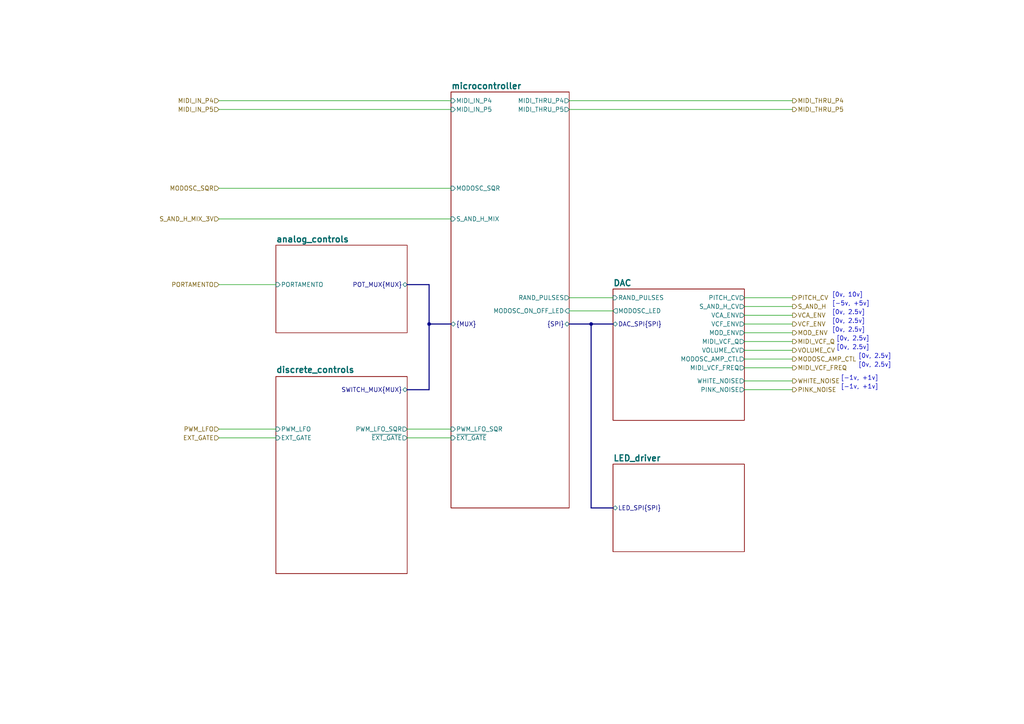
<source format=kicad_sch>
(kicad_sch (version 20230121) (generator eeschema)
  (paper "A4")
  (title_block (title "MICRO-OX Modulation Board") (date "2023-04-25") (rev "0") (comment 2 "creativecommons.org/licenses/by/4.0") (comment 3 "license: CC by 4.0") (comment 4 "Author: Jordan Aceto"))
  (lib_symbols)
  (junction (at 171.45 93.98))
  (junction (at 124.46 93.98))
  (wire (pts (xy 63.5 54.61) (xy 130.81 54.61)))
  (wire (pts (xy 215.9 91.44) (xy 229.87 91.44)))
  (bus (pts (xy 124.46 82.55) (xy 118.11 82.55)))
  (wire (pts (xy 215.9 96.52) (xy 229.87 96.52)))
  (wire (pts (xy 165.1 90.17) (xy 177.8 90.17)))
  (wire (pts (xy 63.5 63.5) (xy 130.81 63.5)))
  (wire (pts (xy 63.5 29.21) (xy 130.81 29.21)))
  (bus (pts (xy 124.46 93.98) (xy 130.81 93.98)))
  (wire (pts (xy 118.11 127) (xy 130.81 127)))
  (bus (pts (xy 171.45 147.32) (xy 177.8 147.32)))
  (wire (pts (xy 215.9 113.03) (xy 229.87 113.03)))
  (wire (pts (xy 63.5 124.46) (xy 80.01 124.46)))
  (wire (pts (xy 215.9 93.98) (xy 229.87 93.98)))
  (wire (pts (xy 165.1 31.75) (xy 229.87 31.75)))
  (wire (pts (xy 63.5 127) (xy 80.01 127)))
  (wire (pts (xy 215.9 106.68) (xy 229.87 106.68)))
  (wire (pts (xy 215.9 99.06) (xy 229.87 99.06)))
  (bus (pts (xy 165.1 93.98) (xy 171.45 93.98)))
  (wire (pts (xy 63.5 82.55) (xy 80.01 82.55)))
  (wire (pts (xy 215.9 101.6) (xy 229.87 101.6)))
  (bus (pts (xy 118.11 113.03) (xy 124.46 113.03)))
  (wire (pts (xy 215.9 110.49) (xy 229.87 110.49)))
  (wire (pts (xy 165.1 86.36) (xy 177.8 86.36)))
  (wire (pts (xy 63.5 31.75) (xy 130.81 31.75)))
  (bus (pts (xy 124.46 93.98) (xy 124.46 82.55)))
  (wire (pts (xy 215.9 86.36) (xy 229.87 86.36)))
  (wire (pts (xy 165.1 29.21) (xy 229.87 29.21)))
  (bus (pts (xy 171.45 93.98) (xy 171.45 147.32)))
  (wire (pts (xy 215.9 88.9) (xy 229.87 88.9)))
  (wire (pts (xy 118.11 124.46) (xy 130.81 124.46)))
  (wire (pts (xy 215.9 104.14) (xy 229.87 104.14)))
  (bus (pts (xy 171.45 93.98) (xy 177.8 93.98)))
  (bus (pts (xy 124.46 93.98) (xy 124.46 113.03)))
  (text "[0v, 2.5v]" (at 242.57 99.06 0) (effects (font (size 1.27 1.27)) (justify left bottom)))
  (text "[-1v, +1v]" (at 243.84 113.03 0) (effects (font (size 1.27 1.27)) (justify left bottom)))
  (text "[0v, 2.5v]" (at 241.3 91.44 0) (effects (font (size 1.27 1.27)) (justify left bottom)))
  (text "[-5v, +5v]" (at 241.3 88.9 0) (effects (font (size 1.27 1.27)) (justify left bottom)))
  (text "[0v, 2.5v]" (at 248.92 104.14 0) (effects (font (size 1.27 1.27)) (justify left bottom)))
  (text "[-1v, +1v]" (at 243.84 110.49 0) (effects (font (size 1.27 1.27)) (justify left bottom)))
  (text "[0v, 2.5v]" (at 241.3 96.52 0) (effects (font (size 1.27 1.27)) (justify left bottom)))
  (text "[0v, 2.5v]" (at 242.57 101.6 0) (effects (font (size 1.27 1.27)) (justify left bottom)))
  (text "[0v, 2.5v]" (at 248.92 106.68 0) (effects (font (size 1.27 1.27)) (justify left bottom)))
  (text "[0v, 2.5v]" (at 241.3 93.98 0) (effects (font (size 1.27 1.27)) (justify left bottom)))
  (text "[0v, 10v]" (at 241.3 86.36 0) (effects (font (size 1.27 1.27)) (justify left bottom)))
  (hierarchical_label "S_AND_H" (shape output) (at 229.87 88.9 0))
  (hierarchical_label "PWM_LFO" (shape input) (at 63.5 124.46 180))
  (hierarchical_label "PORTAMENTO" (shape input) (at 63.5 82.55 180))
  (hierarchical_label "VCA_ENV" (shape output) (at 229.87 91.44 0))
  (hierarchical_label "WHITE_NOISE" (shape output) (at 229.87 110.49 0))
  (hierarchical_label "MIDI_IN_P4" (shape input) (at 63.5 29.21 180))
  (hierarchical_label "MIDI_THRU_P4" (shape output) (at 229.87 29.21 0))
  (hierarchical_label "VOLUME_CV" (shape output) (at 229.87 101.6 0))
  (hierarchical_label "EXT_GATE" (shape input) (at 63.5 127 180))
  (hierarchical_label "MIDI_IN_P5" (shape input) (at 63.5 31.75 180))
  (hierarchical_label "PINK_NOISE" (shape output) (at 229.87 113.03 0))
  (hierarchical_label "S_AND_H_MIX_3V" (shape input) (at 63.5 63.5 180))
  (hierarchical_label "MIDI_VCF_FREQ" (shape output) (at 229.87 106.68 0))
  (hierarchical_label "MODOSC_SQR" (shape input) (at 63.5 54.61 180))
  (hierarchical_label "VCF_ENV" (shape output) (at 229.87 93.98 0))
  (hierarchical_label "MIDI_THRU_P5" (shape output) (at 229.87 31.75 0))
  (hierarchical_label "MIDI_VCF_Q" (shape output) (at 229.87 99.06 0))
  (hierarchical_label "PITCH_CV" (shape output) (at 229.87 86.36 0))
  (hierarchical_label "MOD_ENV" (shape output) (at 229.87 96.52 0))
  (hierarchical_label "MODOSC_AMP_CTL" (shape output) (at 229.87 104.14 0))
  (sheet (at 80.01 71.12) (size 38.1 25.4) (stroke (width 0.1524))
    (property "Sheetname" "analog_controls" (at 80.01 70.4084 0) (effects (font (size 1.75 1.75) bold) (justify left bottom)))
    (property "Sheetfile" "analog_controls.kicad_sch" (effects hide))
    (pin "POT_MUX{MUX}" bidirectional (at 118.11 82.55 0))
    (pin "PORTAMENTO" input (at 80.01 82.55 180))
  )
  (sheet (at 177.8 134.62) (size 38.1 25.4) (stroke (width 0.1524))
    (property "Sheetname" "LED_driver" (at 177.8 133.9084 0) (effects (font (size 1.75 1.75) bold) (justify left bottom)))
    (property "Sheetfile" "LED_driver.kicad_sch" (effects hide))
    (pin "LED_SPI{SPI}" bidirectional (at 177.8 147.32 180))
  )
  (sheet (at 80.01 109.22) (size 38.1 57.15) (stroke (width 0.1524))
    (property "Sheetname" "discrete_controls" (at 80.01 108.2684 0) (effects (font (size 1.75 1.75) bold) (justify left bottom)))
    (property "Sheetfile" "discrete_controls.kicad_sch" (effects hide))
    (pin "SWITCH_MUX{MUX}" bidirectional (at 118.11 113.03 0))
    (pin "EXT_GATE" input (at 80.01 127 180))
    (pin "~{EXT_GATE}" output (at 118.11 127 0))
    (pin "PWM_LFO" input (at 80.01 124.46 180))
    (pin "PWM_LFO_SQR" output (at 118.11 124.46 0))
  )
  (sheet (at 130.81 26.67) (size 34.29 120.65) (stroke (width 0.1524))
    (property "Sheetname" "microcontroller" (at 130.81 25.9584 0) (effects (font (size 1.75 1.75) bold) (justify left bottom)))
    (property "Sheetfile" "microcontroller.kicad_sch" (effects hide))
    (pin "MIDI_IN_P5" input (at 130.81 31.75 180))
    (pin "MIDI_IN_P4" input (at 130.81 29.21 180))
    (pin "{MUX}" bidirectional (at 130.81 93.98 180))
    (pin "{SPI}" bidirectional (at 165.1 93.98 0))
    (pin "S_AND_H_MIX" input (at 130.81 63.5 180))
    (pin "~{EXT_GATE}" input (at 130.81 127 180))
    (pin "MIDI_THRU_P5" output (at 165.1 31.75 0))
    (pin "MIDI_THRU_P4" output (at 165.1 29.21 0))
    (pin "PWM_LFO_SQR" input (at 130.81 124.46 180))
    (pin "MODOSC_SQR" input (at 130.81 54.61 180))
    (pin "RAND_PULSES" output (at 165.1 86.36 0))
    (pin "MODOSC_ON_OFF_LED" input (at 165.1 90.17 0))
  )
  (sheet (at 177.8 83.82) (size 38.1 38.1) (stroke (width 0.1524))
    (property "Sheetname" "DAC" (at 177.8 83.1084 0) (effects (font (size 1.75 1.75) bold) (justify left bottom)))
    (property "Sheetfile" "DAC.kicad_sch" (effects hide))
    (pin "DAC_SPI{SPI}" bidirectional (at 177.8 93.98 180))
    (pin "PITCH_CV" output (at 215.9 86.36 0))
    (pin "S_AND_H_CV" output (at 215.9 88.9 0))
    (pin "VCA_ENV" output (at 215.9 91.44 0))
    (pin "VCF_ENV" output (at 215.9 93.98 0))
    (pin "MOD_ENV" output (at 215.9 96.52 0))
    (pin "MIDI_VCF_Q" output (at 215.9 99.06 0))
    (pin "VOLUME_CV" output (at 215.9 101.6 0))
    (pin "MODOSC_LED" output (at 177.8 90.17 180))
    (pin "PINK_NOISE" output (at 215.9 113.03 0))
    (pin "WHITE_NOISE" output (at 215.9 110.49 0))
    (pin "RAND_PULSES" input (at 177.8 86.36 180))
    (pin "MODOSC_AMP_CTL" output (at 215.9 104.14 0))
    (pin "MIDI_VCF_FREQ" output (at 215.9 106.68 0))
  )
)
</source>
